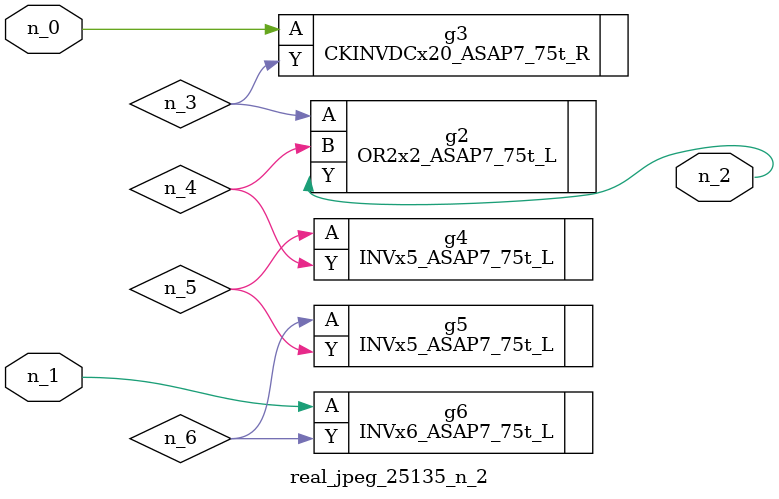
<source format=v>
module real_jpeg_25135_n_2 (n_1, n_0, n_2);

input n_1;
input n_0;

output n_2;

wire n_5;
wire n_4;
wire n_6;
wire n_3;

CKINVDCx20_ASAP7_75t_R g3 ( 
.A(n_0),
.Y(n_3)
);

INVx6_ASAP7_75t_L g6 ( 
.A(n_1),
.Y(n_6)
);

OR2x2_ASAP7_75t_L g2 ( 
.A(n_3),
.B(n_4),
.Y(n_2)
);

INVx5_ASAP7_75t_L g4 ( 
.A(n_5),
.Y(n_4)
);

INVx5_ASAP7_75t_L g5 ( 
.A(n_6),
.Y(n_5)
);


endmodule
</source>
